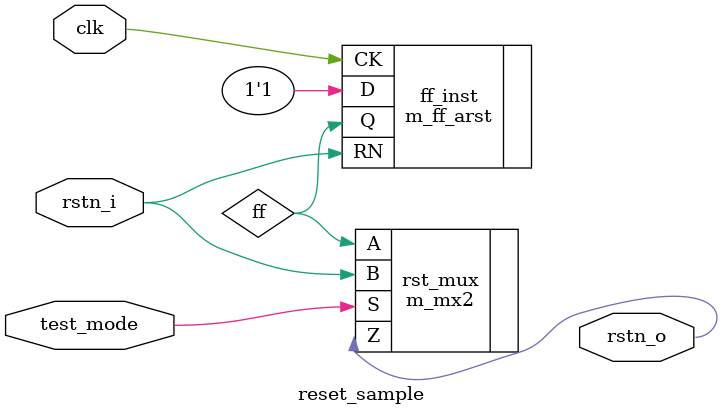
<source format=v>

module reset_sample (
    input wire  clk,
    input wire  rstn_i,
    input wire  test_mode,
    output wire rstn_o
);

wire 	ff;
m_ff_arst  ff_inst (.D(1'b1),   .CK(clk),      .RN(rstn_i),      .Q(ff));
m_mx2      rst_mux (.A(ff) ,    .B(rstn_i),    .S(test_mode),    .Z(rstn_o));
   
endmodule //reset_sample

</source>
